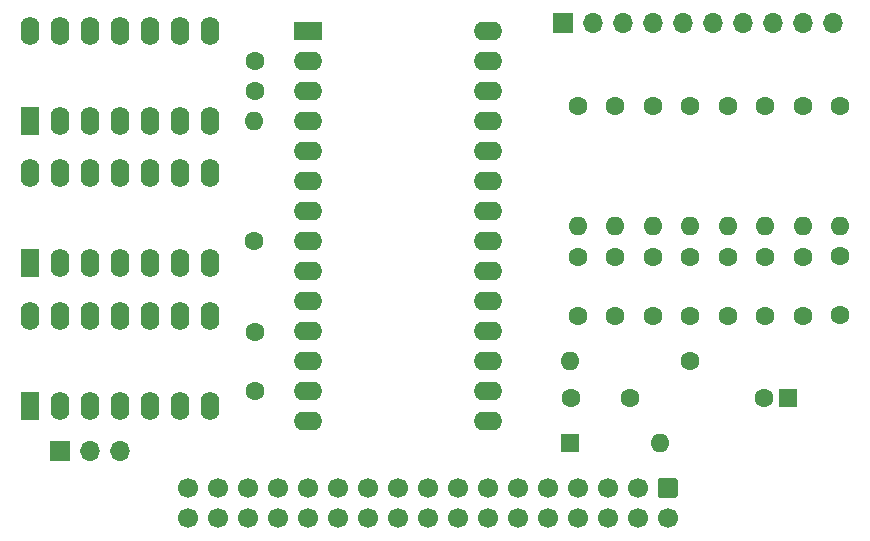
<source format=gts>
%TF.GenerationSoftware,KiCad,Pcbnew,(5.1.12)-1*%
%TF.CreationDate,2022-03-19T11:08:17+01:00*%
%TF.ProjectId,8EA,3845412e-6b69-4636-9164-5f7063625858,1.0*%
%TF.SameCoordinates,PX6d01460PY60e4b00*%
%TF.FileFunction,Soldermask,Top*%
%TF.FilePolarity,Negative*%
%FSLAX46Y46*%
G04 Gerber Fmt 4.6, Leading zero omitted, Abs format (unit mm)*
G04 Created by KiCad (PCBNEW (5.1.12)-1) date 2022-03-19 11:08:17*
%MOMM*%
%LPD*%
G01*
G04 APERTURE LIST*
%ADD10O,1.700000X1.700000*%
%ADD11R,1.700000X1.700000*%
%ADD12C,1.600000*%
%ADD13O,1.600000X1.600000*%
%ADD14O,2.400000X1.600000*%
%ADD15R,2.400000X1.600000*%
%ADD16O,1.600000X2.400000*%
%ADD17R,1.600000X2.400000*%
%ADD18C,1.700000*%
%ADD19R,1.600000X1.600000*%
G04 APERTURE END LIST*
D10*
%TO.C,J2*%
X72390000Y45085000D03*
X69850000Y45085000D03*
X67310000Y45085000D03*
X64770000Y45085000D03*
X62230000Y45085000D03*
X59690000Y45085000D03*
X57150000Y45085000D03*
X54610000Y45085000D03*
X52070000Y45085000D03*
D11*
X49530000Y45085000D03*
%TD*%
D10*
%TO.C,JP1*%
X12065000Y8890000D03*
X9525000Y8890000D03*
D11*
X6985000Y8890000D03*
%TD*%
D12*
%TO.C,C13*%
X23495000Y39370000D03*
X23495000Y41870000D03*
%TD*%
D13*
%TO.C,R10*%
X23368000Y36830000D03*
D12*
X23368000Y26670000D03*
%TD*%
D14*
%TO.C,U4*%
X43180000Y44450000D03*
X27940000Y11430000D03*
X43180000Y41910000D03*
X27940000Y13970000D03*
X43180000Y39370000D03*
X27940000Y16510000D03*
X43180000Y36830000D03*
X27940000Y19050000D03*
X43180000Y34290000D03*
X27940000Y21590000D03*
X43180000Y31750000D03*
X27940000Y24130000D03*
X43180000Y29210000D03*
X27940000Y26670000D03*
X43180000Y26670000D03*
X27940000Y29210000D03*
X43180000Y24130000D03*
X27940000Y31750000D03*
X43180000Y21590000D03*
X27940000Y34290000D03*
X43180000Y19050000D03*
X27940000Y36830000D03*
X43180000Y16510000D03*
X27940000Y39370000D03*
X43180000Y13970000D03*
X27940000Y41910000D03*
X43180000Y11430000D03*
D15*
X27940000Y44450000D03*
%TD*%
D16*
%TO.C,U1*%
X4445000Y44450000D03*
X19685000Y36830000D03*
X6985000Y44450000D03*
X17145000Y36830000D03*
X9525000Y44450000D03*
X14605000Y36830000D03*
X12065000Y44450000D03*
X12065000Y36830000D03*
X14605000Y44450000D03*
X9525000Y36830000D03*
X17145000Y44450000D03*
X6985000Y36830000D03*
X19685000Y44450000D03*
D17*
X4445000Y36830000D03*
%TD*%
D13*
%TO.C,R9*%
X73025000Y27940000D03*
D12*
X73025000Y38100000D03*
%TD*%
D13*
%TO.C,R8*%
X69850000Y27940000D03*
D12*
X69850000Y38100000D03*
%TD*%
D13*
%TO.C,R7*%
X66675000Y27940000D03*
D12*
X66675000Y38100000D03*
%TD*%
D13*
%TO.C,R6*%
X63500000Y27940000D03*
D12*
X63500000Y38100000D03*
%TD*%
D13*
%TO.C,R5*%
X60325000Y27940000D03*
D12*
X60325000Y38100000D03*
%TD*%
D13*
%TO.C,R4*%
X57150000Y27940000D03*
D12*
X57150000Y38100000D03*
%TD*%
D13*
%TO.C,R3*%
X53975000Y27940000D03*
D12*
X53975000Y38100000D03*
%TD*%
D13*
%TO.C,R2*%
X50800000Y27940000D03*
D12*
X50800000Y38100000D03*
%TD*%
%TO.C,C12*%
X73025000Y25400000D03*
X73025000Y20400000D03*
%TD*%
%TO.C,C11*%
X69850000Y25320000D03*
X69850000Y20320000D03*
%TD*%
%TO.C,C10*%
X66675000Y25320000D03*
X66675000Y20320000D03*
%TD*%
%TO.C,C9*%
X63500000Y25320000D03*
X63500000Y20320000D03*
%TD*%
%TO.C,C8*%
X60325000Y25320000D03*
X60325000Y20320000D03*
%TD*%
%TO.C,C7*%
X57150000Y25320000D03*
X57150000Y20320000D03*
%TD*%
%TO.C,C6*%
X53975000Y25320000D03*
X53975000Y20320000D03*
%TD*%
%TO.C,C5*%
X50800000Y25320000D03*
X50800000Y20320000D03*
%TD*%
D16*
%TO.C,U2*%
X4445000Y32385000D03*
X19685000Y24765000D03*
X6985000Y32385000D03*
X17145000Y24765000D03*
X9525000Y32385000D03*
X14605000Y24765000D03*
X12065000Y32385000D03*
X12065000Y24765000D03*
X14605000Y32385000D03*
X9525000Y24765000D03*
X17145000Y32385000D03*
X6985000Y24765000D03*
X19685000Y32385000D03*
D17*
X4445000Y24765000D03*
%TD*%
D18*
%TO.C,J1*%
X17780000Y3175000D03*
X20320000Y3175000D03*
X22860000Y3175000D03*
X25400000Y3175000D03*
X27940000Y3175000D03*
X30480000Y3175000D03*
X33020000Y3175000D03*
X35560000Y3175000D03*
X38100000Y3175000D03*
X40640000Y3175000D03*
X43180000Y3175000D03*
X45720000Y3175000D03*
X48260000Y3175000D03*
X50800000Y3175000D03*
X53340000Y3175000D03*
X55880000Y3175000D03*
X58420000Y3175000D03*
X17780000Y5715000D03*
X20320000Y5715000D03*
X22860000Y5715000D03*
X25400000Y5715000D03*
X27940000Y5715000D03*
X30480000Y5715000D03*
X33020000Y5715000D03*
X35560000Y5715000D03*
X38100000Y5715000D03*
X40640000Y5715000D03*
X43180000Y5715000D03*
X45720000Y5715000D03*
X48260000Y5715000D03*
X50800000Y5715000D03*
X53340000Y5715000D03*
X55880000Y5715000D03*
G36*
G01*
X57820000Y6565000D02*
X59020000Y6565000D01*
G75*
G02*
X59270000Y6315000I0J-250000D01*
G01*
X59270000Y5115000D01*
G75*
G02*
X59020000Y4865000I-250000J0D01*
G01*
X57820000Y4865000D01*
G75*
G02*
X57570000Y5115000I0J250000D01*
G01*
X57570000Y6315000D01*
G75*
G02*
X57820000Y6565000I250000J0D01*
G01*
G37*
%TD*%
D13*
%TO.C,D1*%
X57785000Y9525000D03*
D19*
X50165000Y9525000D03*
%TD*%
D12*
%TO.C,C2*%
X23495000Y18970000D03*
X23495000Y13970000D03*
%TD*%
D16*
%TO.C,U3*%
X4445000Y20320000D03*
X19685000Y12700000D03*
X6985000Y20320000D03*
X17145000Y12700000D03*
X9525000Y20320000D03*
X14605000Y12700000D03*
X12065000Y20320000D03*
X12065000Y12700000D03*
X14605000Y20320000D03*
X9525000Y12700000D03*
X17145000Y20320000D03*
X6985000Y12700000D03*
X19685000Y20320000D03*
D17*
X4445000Y12700000D03*
%TD*%
D13*
%TO.C,R1*%
X50165000Y16510000D03*
D12*
X60325000Y16510000D03*
%TD*%
%TO.C,C4*%
X50245000Y13335000D03*
X55245000Y13335000D03*
%TD*%
%TO.C,C1*%
X66580000Y13335000D03*
D19*
X68580000Y13335000D03*
%TD*%
M02*

</source>
